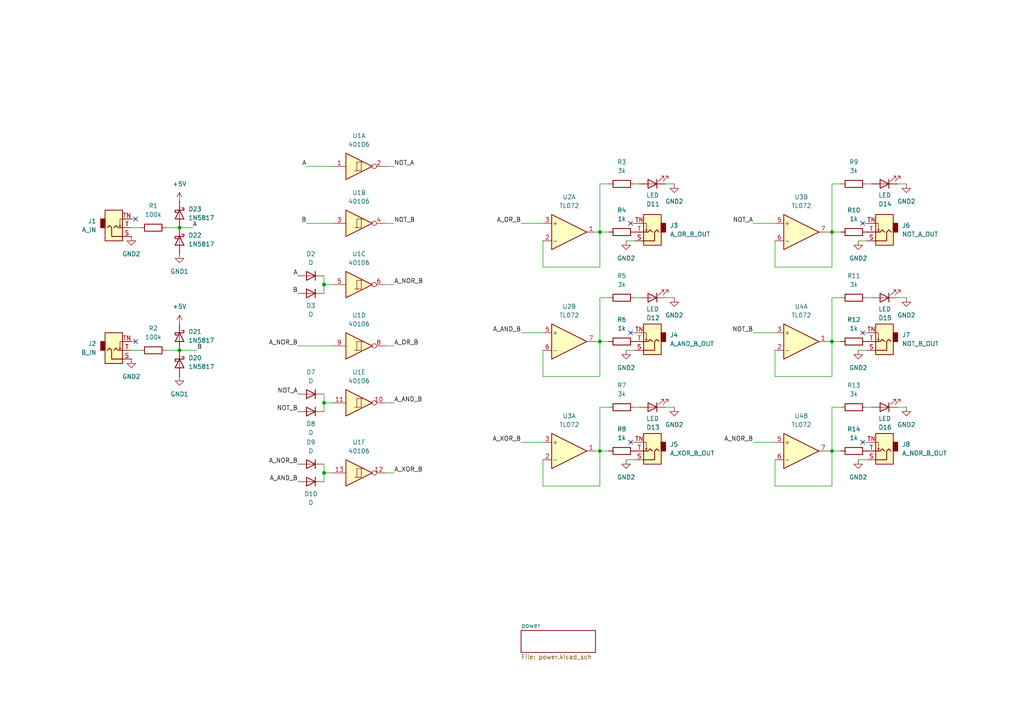
<source format=kicad_sch>
(kicad_sch (version 20231120) (generator "eeschema") (generator_version "8.0")
  (paper "A4")
  (title_block (title "KB-02 Digital logic") (rev "0") (company "KitsBlips") (comment 1 "digital logic gates with schmitt trigger inputs"))
  (lib_symbols
    (symbol "Connector_Audio:AudioJack2_SwitchT"
      (property "Reference" "J" (at 0 8.89 0))
      (property "Value" "AudioJack2_SwitchT" (at 0 6.35 0))
      (symbol "AudioJack2_SwitchT_0_1"
        (rectangle (start -2.54 0) (end -3.81 -2.54) (stroke (width 0.254)) (fill (type outline)))
        (polyline (pts (xy 1.778 -0.254) (xy 2.032 -0.762)))
        (polyline (pts (xy 0 0) (xy 0.635 -0.635) (xy 1.27 0) (xy 2.54 0)) (stroke (width 0.254)))
        (polyline (pts (xy 2.54 -2.54) (xy 1.778 -2.54) (xy 1.778 -0.254) (xy 1.524 -0.762)))
        (polyline (pts (xy 2.54 2.54) (xy -0.635 2.54) (xy -0.635 0) (xy -1.27 -0.635) (xy -1.905 0)) (stroke (width 0.254)))
        (rectangle (start 2.54 3.81) (end -2.54 -5.08) (stroke (width 0.254)) (fill (type background)))
      )
      (symbol "AudioJack2_SwitchT_1_1"
        (pin passive line (at 5.08 2.54 180) (length 2.54) (name "~") (number "S"))
        (pin passive line (at 5.08 0 180) (length 2.54) (name "~") (number "T"))
        (pin passive line (at 5.08 -2.54 180) (length 2.54) (name "~") (number "TN"))
      )
    )
    (symbol "Device:LED" (pin_numbers hide) (pin_names (offset 1.016) hide)
      (property "Reference" "D" (at 0 2.54 0))
      (property "Value" "LED" (at 0 -2.54 0))
      (symbol "LED_0_1"
        (polyline (pts (xy -1.27 -1.27) (xy -1.27 1.27)) (stroke (width 0.254)))
        (polyline (pts (xy -1.27 0) (xy 1.27 0)))
        (polyline (pts (xy 1.27 -1.27) (xy 1.27 1.27) (xy -1.27 0) (xy 1.27 -1.27)) (stroke (width 0.254)))
        (polyline (pts (xy -3.048 -0.762) (xy -4.572 -2.286) (xy -3.81 -2.286) (xy -4.572 -2.286) (xy -4.572 -1.524)))
        (polyline (pts (xy -1.778 -0.762) (xy -3.302 -2.286) (xy -2.54 -2.286) (xy -3.302 -2.286) (xy -3.302 -1.524)))
      )
      (symbol "LED_1_1"
        (pin passive line (at -3.81 0 0) (length 2.54) (name "K") (number "1"))
        (pin passive line (at 3.81 0 180) (length 2.54) (name "A") (number "2"))
      )
    )
    (symbol "KitsBlips:+5V" (power) (pin_numbers hide) (pin_names (offset 0) hide)
      (property "Value" "+5V" (at 0 3.556 0))
      (symbol "+5V_0_1"
        (polyline (pts (xy -0.762 1.27) (xy 0 2.54)))
        (polyline (pts (xy 0 0) (xy 0 2.54)))
        (polyline (pts (xy 0 2.54) (xy 0.762 1.27)))
      )
      (symbol "+5V_1_1"
        (pin power_in line (at 0 0 90) (length 0) (name "~") (number "1"))
      )
    )
    (symbol "KitsBlips:1N5817" (pin_numbers hide) (pin_names (offset 1.016) hide)
      (property "Reference" "D" (at 0 2.54 0))
      (property "Value" "1N5817" (at 0 -2.54 0))
      (symbol "1N5817_0_1"
        (polyline (pts (xy 1.27 0) (xy -1.27 0)))
        (polyline (pts (xy 1.27 1.27) (xy 1.27 -1.27) (xy -1.27 0) (xy 1.27 1.27)) (stroke (width 0.254)))
        (polyline (pts (xy -1.905 0.635) (xy -1.905 1.27) (xy -1.27 1.27) (xy -1.27 -1.27) (xy -0.635 -1.27) (xy -0.635 -0.635)) (stroke (width 0.254)))
      )
      (symbol "1N5817_1_1"
        (pin passive line (at -3.81 0 0) (length 2.54) (name "K") (number "1"))
        (pin passive line (at 3.81 0 180) (length 2.54) (name "A") (number "2"))
      )
    )
    (symbol "KitsBlips:40106" (pin_names (offset 1.016))
      (property "Reference" "U" (at 0 1.27 0))
      (property "Value" "40106" (at 0 -1.27 0))
      (symbol "40106_1_0"
        (polyline (pts (xy -0.635 -1.27) (xy -0.635 1.27) (xy 0.635 1.27)))
        (polyline (pts (xy -3.81 3.81) (xy -3.81 -3.81) (xy 3.81 0) (xy -3.81 3.81)) (stroke (width 0.254)) (fill (type background)))
        (polyline (pts (xy -1.27 -1.27) (xy 0.635 -1.27) (xy 0.635 1.27) (xy 1.27 1.27)))
        (pin input line (at -7.62 0 0) (length 3.81) (name "~") (number "1"))
        (pin output inverted (at 7.62 0 180) (length 3.81) (name "~") (number "2"))
      )
      (symbol "40106_2_0"
        (polyline (pts (xy -0.635 -1.27) (xy -0.635 1.27) (xy 0.635 1.27)))
        (polyline (pts (xy -3.81 3.81) (xy -3.81 -3.81) (xy 3.81 0) (xy -3.81 3.81)) (stroke (width 0.254)) (fill (type background)))
        (polyline (pts (xy -1.27 -1.27) (xy 0.635 -1.27) (xy 0.635 1.27) (xy 1.27 1.27)))
        (pin input line (at -7.62 0 0) (length 3.81) (name "~") (number "3"))
        (pin output inverted (at 7.62 0 180) (length 3.81) (name "~") (number "4"))
      )
      (symbol "40106_3_0"
        (polyline (pts (xy -0.635 -1.27) (xy -0.635 1.27) (xy 0.635 1.27)))
        (polyline (pts (xy -3.81 3.81) (xy -3.81 -3.81) (xy 3.81 0) (xy -3.81 3.81)) (stroke (width 0.254)) (fill (type background)))
        (polyline (pts (xy -1.27 -1.27) (xy 0.635 -1.27) (xy 0.635 1.27) (xy 1.27 1.27)))
        (pin input line (at -7.62 0 0) (length 3.81) (name "~") (number "5"))
        (pin output inverted (at 7.62 0 180) (length 3.81) (name "~") (number "6"))
      )
      (symbol "40106_4_0"
        (polyline (pts (xy -0.635 -1.27) (xy -0.635 1.27) (xy 0.635 1.27)))
        (polyline (pts (xy -3.81 3.81) (xy -3.81 -3.81) (xy 3.81 0) (xy -3.81 3.81)) (stroke (width 0.254)) (fill (type background)))
        (polyline (pts (xy -1.27 -1.27) (xy 0.635 -1.27) (xy 0.635 1.27) (xy 1.27 1.27)))
        (pin output inverted (at 7.62 0 180) (length 3.81) (name "~") (number "8"))
        (pin input line (at -7.62 0 0) (length 3.81) (name "~") (number "9"))
      )
      (symbol "40106_5_0"
        (polyline (pts (xy -0.635 -1.27) (xy -0.635 1.27) (xy 0.635 1.27)))
        (polyline (pts (xy -3.81 3.81) (xy -3.81 -3.81) (xy 3.81 0) (xy -3.81 3.81)) (stroke (width 0.254)) (fill (type background)))
        (polyline (pts (xy -1.27 -1.27) (xy 0.635 -1.27) (xy 0.635 1.27) (xy 1.27 1.27)))
        (pin output inverted (at 7.62 0 180) (length 3.81) (name "~") (number "10"))
        (pin input line (at -7.62 0 0) (length 3.81) (name "~") (number "11"))
      )
      (symbol "40106_6_0"
        (polyline (pts (xy -0.635 -1.27) (xy -0.635 1.27) (xy 0.635 1.27)))
        (polyline (pts (xy -3.81 3.81) (xy -3.81 -3.81) (xy 3.81 0) (xy -3.81 3.81)) (stroke (width 0.254)) (fill (type background)))
        (polyline (pts (xy -1.27 -1.27) (xy 0.635 -1.27) (xy 0.635 1.27) (xy 1.27 1.27)))
        (pin output inverted (at 7.62 0 180) (length 3.81) (name "~") (number "12"))
        (pin input line (at -7.62 0 0) (length 3.81) (name "~") (number "13"))
      )
      (symbol "40106_7_0"
        (pin power_in line (at 0 12.7 270) (length 5.08) (name "VDD") (number "14"))
        (pin power_in line (at 0 -12.7 90) (length 5.08) (name "VSS") (number "7"))
      )
      (symbol "40106_7_1"
        (rectangle (start -5.08 7.62) (end 5.08 -7.62) (stroke (width 0.254)) (fill (type background)))
      )
    )
    (symbol "KitsBlips:D" (pin_numbers hide) (pin_names (offset 1.016) hide)
      (property "Reference" "D" (at 0 2.54 0))
      (property "Value" "D" (at 0 -2.54 0))
      (symbol "D_0_1"
        (polyline (pts (xy -1.27 1.27) (xy -1.27 -1.27)) (stroke (width 0.254)))
        (polyline (pts (xy 1.27 0) (xy -1.27 0)))
        (polyline (pts (xy 1.27 1.27) (xy 1.27 -1.27) (xy -1.27 0) (xy 1.27 1.27)) (stroke (width 0.254)))
      )
      (symbol "D_1_1"
        (pin passive line (at -3.81 0 0) (length 2.54) (name "K") (number "1"))
        (pin passive line (at 3.81 0 180) (length 2.54) (name "A") (number "2"))
      )
    )
    (symbol "KitsBlips:R" (pin_numbers hide) (pin_names (offset 0))
      (property "Reference" "R" (at 2.032 0 90))
      (property "Value" "R" (at 0 0 90))
      (symbol "R_0_1"
        (rectangle (start -1.016 -2.54) (end 1.016 2.54) (stroke (width 0.254)))
      )
      (symbol "R_1_1"
        (pin passive line (at 0 3.81 270) (length 1.27) (name "~") (number "1"))
        (pin passive line (at 0 -3.81 90) (length 1.27) (name "~") (number "2"))
      )
    )
    (symbol "KitsBlips:TL072" (pin_names (offset 0.127))
      (property "Reference" "U" (at 0 5.08 0))
      (property "Value" "TL072" (at 0 -5.08 0))
      (symbol "TL072_1_1"
        (polyline (pts (xy -5.08 5.08) (xy 5.08 0) (xy -5.08 -5.08) (xy -5.08 5.08)) (stroke (width 0.254)) (fill (type background)))
        (pin output line (at 7.62 0 180) (length 2.54) (name "~") (number "1"))
        (pin input line (at -7.62 -2.54 0) (length 2.54) (name "-") (number "2"))
        (pin input line (at -7.62 2.54 0) (length 2.54) (name "+") (number "3"))
      )
      (symbol "TL072_2_1"
        (polyline (pts (xy -5.08 5.08) (xy 5.08 0) (xy -5.08 -5.08) (xy -5.08 5.08)) (stroke (width 0.254)) (fill (type background)))
        (pin input line (at -7.62 2.54 0) (length 2.54) (name "+") (number "5"))
        (pin input line (at -7.62 -2.54 0) (length 2.54) (name "-") (number "6"))
        (pin output line (at 7.62 0 180) (length 2.54) (name "~") (number "7"))
      )
      (symbol "TL072_3_1"
        (pin power_in line (at -2.54 -7.62 90) (length 3.81) (name "V-") (number "4"))
        (pin power_in line (at -2.54 7.62 270) (length 3.81) (name "V+") (number "8"))
      )
    )
    (symbol "power:GND1" (power) (pin_numbers hide) (pin_names (offset 0) hide)
      (property "Value" "GND1" (at 0 -3.81 0))
      (symbol "GND1_0_1"
        (polyline (pts (xy 0 0) (xy 0 -1.27) (xy 1.27 -1.27) (xy 0 -2.54) (xy -1.27 -1.27) (xy 0 -1.27)))
      )
      (symbol "GND1_1_1"
        (pin power_in line (at 0 0 270) (length 0) (name "~") (number "1"))
      )
    )
    (symbol "power:GND2" (power) (pin_numbers hide) (pin_names (offset 0) hide)
      (property "Value" "GND2" (at 0 -3.81 0))
      (symbol "GND2_0_1"
        (polyline (pts (xy 0 0) (xy 0 -1.27) (xy 1.27 -1.27) (xy 0 -2.54) (xy -1.27 -1.27) (xy 0 -1.27)))
      )
      (symbol "GND2_1_1"
        (pin power_in line (at 0 0 270) (length 0) (name "~") (number "1"))
      )
    )
  )
  (junction (at 93.98 116.84))
  (junction (at 241.3 130.81))
  (junction (at 93.98 137.16))
  (junction (at 241.3 67.31))
  (junction (at 173.99 67.31))
  (junction (at 173.99 99.06))
  (junction (at 52.07 66.04))
  (junction (at 52.07 101.6))
  (junction (at 93.98 82.55))
  (junction (at 241.3 99.06))
  (junction (at 173.99 130.81))
  (no_connect (at 182.88 96.52))
  (no_connect (at 250.19 128.27))
  (no_connect (at 39.37 63.5))
  (no_connect (at 250.19 64.77))
  (no_connect (at 182.88 64.77))
  (no_connect (at 39.37 99.06))
  (no_connect (at 182.88 128.27))
  (no_connect (at 250.19 96.52))
  (wire (pts (xy 250.19 128.27) (xy 251.46 128.27)))
  (wire (pts (xy 224.79 133.35) (xy 224.79 140.97)))
  (wire (pts (xy 184.15 101.6) (xy 181.61 101.6)))
  (wire (pts (xy 48.26 101.6) (xy 52.07 101.6)))
  (wire (pts (xy 182.88 64.77) (xy 184.15 64.77)))
  (wire (pts (xy 173.99 77.47) (xy 173.99 67.31)))
  (wire (pts (xy 93.98 137.16) (xy 93.98 139.7)))
  (wire (pts (xy 111.76 116.84) (xy 114.3 116.84)))
  (wire (pts (xy 157.48 69.85) (xy 157.48 77.47)))
  (wire (pts (xy 111.76 137.16) (xy 114.3 137.16)))
  (wire (pts (xy 250.19 64.77) (xy 251.46 64.77)))
  (wire (pts (xy 88.9 64.77) (xy 96.52 64.77)))
  (wire (pts (xy 262.89 86.36) (xy 260.35 86.36)))
  (wire (pts (xy 195.58 53.34) (xy 193.04 53.34)))
  (wire (pts (xy 240.03 67.31) (xy 241.3 67.31)))
  (wire (pts (xy 185.42 53.34) (xy 184.15 53.34)))
  (wire (pts (xy 185.42 118.11) (xy 184.15 118.11)))
  (wire (pts (xy 241.3 67.31) (xy 243.84 67.31)))
  (wire (pts (xy 224.79 140.97) (xy 241.3 140.97)))
  (wire (pts (xy 176.53 118.11) (xy 173.99 118.11)))
  (wire (pts (xy 111.76 100.33) (xy 114.3 100.33)))
  (wire (pts (xy 173.99 53.34) (xy 176.53 53.34)))
  (wire (pts (xy 173.99 99.06) (xy 176.53 99.06)))
  (wire (pts (xy 39.37 63.5) (xy 38.1 63.5)))
  (wire (pts (xy 252.73 118.11) (xy 251.46 118.11)))
  (wire (pts (xy 172.72 99.06) (xy 173.99 99.06)))
  (wire (pts (xy 93.98 114.3) (xy 93.98 116.84)))
  (wire (pts (xy 93.98 116.84) (xy 93.98 119.38)))
  (wire (pts (xy 111.76 64.77) (xy 114.3 64.77)))
  (wire (pts (xy 241.3 53.34) (xy 243.84 53.34)))
  (wire (pts (xy 241.3 99.06) (xy 243.84 99.06)))
  (wire (pts (xy 241.3 86.36) (xy 241.3 99.06)))
  (wire (pts (xy 151.13 128.27) (xy 157.48 128.27)))
  (wire (pts (xy 185.42 86.36) (xy 184.15 86.36)))
  (wire (pts (xy 173.99 140.97) (xy 173.99 130.81)))
  (wire (pts (xy 111.76 48.26) (xy 114.3 48.26)))
  (wire (pts (xy 173.99 130.81) (xy 176.53 130.81)))
  (wire (pts (xy 252.73 53.34) (xy 251.46 53.34)))
  (wire (pts (xy 173.99 109.22) (xy 173.99 99.06)))
  (wire (pts (xy 182.88 128.27) (xy 184.15 128.27)))
  (wire (pts (xy 38.1 101.6) (xy 40.64 101.6)))
  (wire (pts (xy 218.44 128.27) (xy 224.79 128.27)))
  (wire (pts (xy 96.52 82.55) (xy 93.98 82.55)))
  (wire (pts (xy 224.79 109.22) (xy 241.3 109.22)))
  (wire (pts (xy 195.58 86.36) (xy 193.04 86.36)))
  (wire (pts (xy 241.3 109.22) (xy 241.3 99.06)))
  (wire (pts (xy 184.15 69.85) (xy 181.61 69.85)))
  (wire (pts (xy 93.98 137.16) (xy 96.52 137.16)))
  (wire (pts (xy 251.46 69.85) (xy 248.92 69.85)))
  (wire (pts (xy 172.72 67.31) (xy 173.99 67.31)))
  (wire (pts (xy 88.9 48.26) (xy 96.52 48.26)))
  (wire (pts (xy 240.03 99.06) (xy 241.3 99.06)))
  (wire (pts (xy 224.79 101.6) (xy 224.79 109.22)))
  (wire (pts (xy 243.84 118.11) (xy 241.3 118.11)))
  (wire (pts (xy 151.13 96.52) (xy 157.48 96.52)))
  (wire (pts (xy 93.98 134.62) (xy 93.98 137.16)))
  (wire (pts (xy 241.3 130.81) (xy 243.84 130.81)))
  (wire (pts (xy 157.48 109.22) (xy 173.99 109.22)))
  (wire (pts (xy 173.99 86.36) (xy 173.99 99.06)))
  (wire (pts (xy 151.13 64.77) (xy 157.48 64.77)))
  (wire (pts (xy 48.26 66.04) (xy 52.07 66.04)))
  (wire (pts (xy 241.3 77.47) (xy 241.3 67.31)))
  (wire (pts (xy 39.37 99.06) (xy 38.1 99.06)))
  (wire (pts (xy 173.99 67.31) (xy 176.53 67.31)))
  (wire (pts (xy 241.3 118.11) (xy 241.3 130.81)))
  (wire (pts (xy 262.89 53.34) (xy 260.35 53.34)))
  (wire (pts (xy 157.48 77.47) (xy 173.99 77.47)))
  (wire (pts (xy 218.44 96.52) (xy 224.79 96.52)))
  (wire (pts (xy 38.1 66.04) (xy 40.64 66.04)))
  (wire (pts (xy 173.99 118.11) (xy 173.99 130.81)))
  (wire (pts (xy 176.53 86.36) (xy 173.99 86.36)))
  (wire (pts (xy 157.48 101.6) (xy 157.48 109.22)))
  (wire (pts (xy 182.88 96.52) (xy 184.15 96.52)))
  (wire (pts (xy 52.07 66.04) (xy 55.88 66.04)))
  (wire (pts (xy 173.99 53.34) (xy 173.99 67.31)))
  (wire (pts (xy 240.03 130.81) (xy 241.3 130.81)))
  (wire (pts (xy 218.44 64.77) (xy 224.79 64.77)))
  (wire (pts (xy 111.76 82.55) (xy 114.3 82.55)))
  (wire (pts (xy 252.73 86.36) (xy 251.46 86.36)))
  (wire (pts (xy 93.98 82.55) (xy 93.98 85.09)))
  (wire (pts (xy 224.79 69.85) (xy 224.79 77.47)))
  (wire (pts (xy 86.36 100.33) (xy 96.52 100.33)))
  (wire (pts (xy 250.19 96.52) (xy 251.46 96.52)))
  (wire (pts (xy 157.48 140.97) (xy 173.99 140.97)))
  (wire (pts (xy 262.89 118.11) (xy 260.35 118.11)))
  (wire (pts (xy 195.58 118.11) (xy 193.04 118.11)))
  (wire (pts (xy 93.98 116.84) (xy 96.52 116.84)))
  (wire (pts (xy 251.46 133.35) (xy 248.92 133.35)))
  (wire (pts (xy 241.3 53.34) (xy 241.3 67.31)))
  (wire (pts (xy 93.98 80.01) (xy 93.98 82.55)))
  (wire (pts (xy 184.15 133.35) (xy 181.61 133.35)))
  (wire (pts (xy 157.48 133.35) (xy 157.48 140.97)))
  (wire (pts (xy 172.72 130.81) (xy 173.99 130.81)))
  (wire (pts (xy 243.84 86.36) (xy 241.3 86.36)))
  (wire (pts (xy 52.07 101.6) (xy 57.15 101.6)))
  (wire (pts (xy 224.79 77.47) (xy 241.3 77.47)))
  (wire (pts (xy 241.3 140.97) (xy 241.3 130.81)))
  (wire (pts (xy 251.46 101.6) (xy 248.92 101.6)))
  (label "NOT_A" (at 86.36 114.3 180))
  (label "NOT_B" (at 114.3 64.77 0))
  (label "A" (at 86.36 80.01 180))
  (label "A_NOR_B" (at 114.3 82.55 0))
  (label "A_XOR_B" (at 151.13 128.27 180))
  (label "A_NOR_B" (at 218.44 128.27 180))
  (label "A_AND_B" (at 114.3 116.84 0))
  (label "A" (at 55.88 66.04 0))
  (label "A" (at 88.9 48.26 180))
  (label "NOT_B" (at 86.36 119.38 180))
  (label "NOT_A" (at 218.44 64.77 180))
  (label "B" (at 57.15 101.6 0))
  (label "A_AND_B" (at 151.13 96.52 180))
  (label "NOT_A" (at 114.3 48.26 0))
  (label "B" (at 86.36 85.09 180))
  (label "A_NOR_B" (at 86.36 100.33 180))
  (label "A_OR_B" (at 114.3 100.33 0))
  (label "A_AND_B" (at 86.36 139.7 180))
  (label "A_XOR_B" (at 114.3 137.16 0))
  (label "A_OR_B" (at 151.13 64.77 180))
  (label "A_NOR_B" (at 86.36 134.62 180))
  (label "NOT_B" (at 218.44 96.52 180))
  (label "B" (at 88.9 64.77 180))
  (symbol (lib_id "Device:LED") (at 256.54 86.36 180) (unit 1)
    (property "Reference" "D15" (at 254.762 92.202 0) (effects (justify right)))
    (property "Value" "LED" (at 254.762 89.662 0) (effects (justify right)))
    (property "Footprint" "LED_THT:LED_D3.0mm" (effects (hide yes)))
    (property "Description" "Light emitting diode" (effects (hide yes)))
  )
  (symbol (lib_id "KitsBlips:TL072") (at 232.41 67.31 0) (unit 2)
    (property "Reference" "U3" (at 232.41 57.15 0))
    (property "Value" "TL072" (at 232.41 59.69 0))
    (property "Footprint" "Package_DIP:DIP-8_W7.62mm" (effects (hide yes)))
    (property "Datasheet" "http://www.ti.com/lit/ds/symlink/tl071.pdf" (effects (hide yes)))
    (property "Description" "Dual Low-Noise JFET-Input Operational Amplifiers, DIP-8/SOIC-8" (effects (hide yes)))
  )
  (symbol (lib_id "power:GND2") (at 195.58 118.11 0) (unit 1)
    (property "Reference" "#PWR012" (effects (hide yes)))
    (property "Value" "GND2" (at 195.58 123.19 0))
    (property "Description" "Power symbol creates a global label with name \"GND2\" , ground" (effects (hide yes)))
  )
  (symbol (lib_id "Device:LED") (at 256.54 118.11 180) (unit 1)
    (property "Reference" "D16" (at 254.762 123.952 0) (effects (justify right)))
    (property "Value" "LED" (at 254.762 121.412 0) (effects (justify right)))
    (property "Footprint" "LED_THT:LED_D3.0mm" (effects (hide yes)))
    (property "Description" "Light emitting diode" (effects (hide yes)))
  )
  (symbol (lib_id "KitsBlips:R") (at 180.34 86.36 90) (unit 1)
    (property "Reference" "R5" (at 180.34 80.01 90))
    (property "Value" "3k" (at 180.34 82.55 90))
    (property "Footprint" "Resistor_THT:R_Axial_DIN0207_L6.3mm_D2.5mm_P7.62mm_Horizontal" (effects (hide yes)))
    (property "Description" "Resistor" (effects (hide yes)))
  )
  (symbol (lib_id "power:GND2") (at 248.92 101.6 0) (unit 1)
    (property "Reference" "#PWR014" (effects (hide yes)))
    (property "Value" "GND2" (at 248.92 106.68 0))
    (property "Description" "Power symbol creates a global label with name \"GND2\" , ground" (effects (hide yes)))
  )
  (symbol (lib_id "KitsBlips:D") (at 90.17 119.38 180) (unit 1)
    (property "Reference" "D8" (at 90.17 122.936 0))
    (property "Value" "D" (at 90.17 125.476 0))
    (property "Footprint" "PCM_4ms_Diode:D_DO-35_P7.62mm_Horizontal" (effects (hide yes)))
    (property "Description" "Diode" (effects (hide yes)))
    (property "Sim.Device" "D" (effects (hide yes)))
    (property "Sim.Pins" "1=K 2=A" (effects (hide yes)))
  )
  (symbol (lib_id "KitsBlips:D") (at 90.17 139.7 180) (unit 1)
    (property "Reference" "D10" (at 90.17 143.256 0))
    (property "Value" "D" (at 90.17 145.796 0))
    (property "Footprint" "PCM_4ms_Diode:D_DO-35_P7.62mm_Horizontal" (effects (hide yes)))
    (property "Description" "Diode" (effects (hide yes)))
    (property "Sim.Device" "D" (effects (hide yes)))
    (property "Sim.Pins" "1=K 2=A" (effects (hide yes)))
  )
  (symbol (lib_id "power:GND2") (at 38.1 104.14 0) (unit 1)
    (property "Reference" "#PWR02" (effects (hide yes)))
    (property "Value" "GND2" (at 38.1 109.22 0))
    (property "Description" "Power symbol creates a global label with name \"GND2\" , ground" (effects (hide yes)))
  )
  (symbol (lib_id "KitsBlips:R") (at 247.65 67.31 90) (unit 1)
    (property "Reference" "R10" (at 247.65 60.96 90))
    (property "Value" "1k" (at 247.65 63.5 90))
    (property "Footprint" "Resistor_THT:R_Axial_DIN0207_L6.3mm_D2.5mm_P7.62mm_Horizontal" (effects (hide yes)))
    (property "Description" "Resistor" (effects (hide yes)))
  )
  (symbol (lib_id "KitsBlips:1N5817") (at 52.07 69.85 270) (unit 1)
    (property "Reference" "D22" (at 54.61 68.2624 90) (effects (justify left)))
    (property "Value" "1N5817" (at 54.61 70.8024 90) (effects (justify left)))
    (property "Footprint" "Diode_THT:D_DO-41_SOD81_P10.16mm_Horizontal" (effects (hide yes)))
    (property "Datasheet" "http://www.vishay.com/docs/88525/1n5817.pdf" (effects (hide yes)))
    (property "Description" "20V 1A Schottky Barrier Rectifier Diode, DO-41" (effects (hide yes)))
  )
  (symbol (lib_id "Connector_Audio:AudioJack2_SwitchT") (at 189.23 99.06 180) (unit 1)
    (property "Reference" "J4" (at 194.31 97.1549 0) (effects (justify right)))
    (property "Value" "A_AND_B_OUT" (at 194.31 99.6949 0) (effects (justify right)))
    (property "Footprint" "KitsBlips:Jack_3.5mm_Thonk_Mono_Horizontal_WQP729JH" (effects (hide yes)))
    (property "Description" "Audio Jack, 2 Poles (Mono / TS), Switched T Pole (Normalling)" (effects (hide yes)))
  )
  (symbol (lib_id "KitsBlips:TL072") (at 232.41 99.06 0) (unit 1)
    (property "Reference" "U4" (at 232.41 88.9 0))
    (property "Value" "TL072" (at 232.41 91.44 0))
    (property "Footprint" "Package_DIP:DIP-8_W7.62mm" (effects (hide yes)))
    (property "Datasheet" "http://www.ti.com/lit/ds/symlink/tl071.pdf" (effects (hide yes)))
    (property "Description" "Dual Low-Noise JFET-Input Operational Amplifiers, DIP-8/SOIC-8" (effects (hide yes)))
  )
  (symbol (lib_id "KitsBlips:40106") (at 104.14 48.26 0) (unit 1)
    (property "Reference" "U1" (at 104.14 39.37 0))
    (property "Value" "40106" (at 104.14 41.91 0))
    (property "Footprint" "Package_DIP:DIP-14_W7.62mm_Socket" (effects (hide yes)))
    (property "Datasheet" "https://assets.nexperia.com/documents/data-sheet/HEF40106B.pdf" (effects (hide yes)))
    (property "Description" "Hex Schmitt trigger inverter" (effects (hide yes)))
  )
  (symbol (lib_id "KitsBlips:R") (at 247.65 99.06 90) (unit 1)
    (property "Reference" "R12" (at 247.65 92.71 90))
    (property "Value" "1k" (at 247.65 95.25 90))
    (property "Footprint" "Resistor_THT:R_Axial_DIN0207_L6.3mm_D2.5mm_P7.62mm_Horizontal" (effects (hide yes)))
    (property "Description" "Resistor" (effects (hide yes)))
  )
  (symbol (lib_id "Connector_Audio:AudioJack2_SwitchT") (at 256.54 67.31 180) (unit 1)
    (property "Reference" "J6" (at 261.62 65.4049 0) (effects (justify right)))
    (property "Value" "NOT_A_OUT" (at 261.62 67.9449 0) (effects (justify right)))
    (property "Footprint" "KitsBlips:Jack_3.5mm_Thonk_Mono_Horizontal_WQP729JH" (effects (hide yes)))
    (property "Description" "Audio Jack, 2 Poles (Mono / TS), Switched T Pole (Normalling)" (effects (hide yes)))
  )
  (symbol (lib_id "Connector_Audio:AudioJack2_SwitchT") (at 189.23 130.81 180) (unit 1)
    (property "Reference" "J5" (at 194.31 128.9049 0) (effects (justify right)))
    (property "Value" "A_XOR_B_OUT" (at 194.31 131.4449 0) (effects (justify right)))
    (property "Footprint" "KitsBlips:Jack_3.5mm_Thonk_Mono_Horizontal_WQP729JH" (effects (hide yes)))
    (property "Description" "Audio Jack, 2 Poles (Mono / TS), Switched T Pole (Normalling)" (effects (hide yes)))
  )
  (symbol (lib_id "KitsBlips:TL072") (at 165.1 99.06 0) (unit 2)
    (property "Reference" "U2" (at 165.1 88.9 0))
    (property "Value" "TL072" (at 165.1 91.44 0))
    (property "Footprint" "Package_DIP:DIP-8_W7.62mm" (effects (hide yes)))
    (property "Datasheet" "http://www.ti.com/lit/ds/symlink/tl071.pdf" (effects (hide yes)))
    (property "Description" "Dual Low-Noise JFET-Input Operational Amplifiers, DIP-8/SOIC-8" (effects (hide yes)))
  )
  (symbol (lib_id "KitsBlips:R") (at 180.34 130.81 90) (unit 1)
    (property "Reference" "R8" (at 180.34 124.46 90))
    (property "Value" "1k" (at 180.34 127 90))
    (property "Footprint" "Resistor_THT:R_Axial_DIN0207_L6.3mm_D2.5mm_P7.62mm_Horizontal" (effects (hide yes)))
    (property "Description" "Resistor" (effects (hide yes)))
  )
  (symbol (lib_id "power:GND2") (at 181.61 101.6 0) (unit 1)
    (property "Reference" "#PWR08" (effects (hide yes)))
    (property "Value" "GND2" (at 181.61 106.68 0))
    (property "Description" "Power symbol creates a global label with name \"GND2\" , ground" (effects (hide yes)))
  )
  (symbol (lib_id "KitsBlips:R") (at 180.34 67.31 90) (unit 1)
    (property "Reference" "R4" (at 180.34 60.96 90))
    (property "Value" "1k" (at 180.34 63.5 90))
    (property "Footprint" "Resistor_THT:R_Axial_DIN0207_L6.3mm_D2.5mm_P7.62mm_Horizontal" (effects (hide yes)))
    (property "Description" "Resistor" (effects (hide yes)))
  )
  (symbol (lib_id "KitsBlips:R") (at 247.65 86.36 90) (unit 1)
    (property "Reference" "R11" (at 247.65 80.01 90))
    (property "Value" "3k" (at 247.65 82.55 90))
    (property "Footprint" "Resistor_THT:R_Axial_DIN0207_L6.3mm_D2.5mm_P7.62mm_Horizontal" (effects (hide yes)))
    (property "Description" "Resistor" (effects (hide yes)))
  )
  (symbol (lib_id "power:GND2") (at 181.61 69.85 0) (unit 1)
    (property "Reference" "#PWR07" (effects (hide yes)))
    (property "Value" "GND2" (at 181.61 74.93 0))
    (property "Description" "Power symbol creates a global label with name \"GND2\" , ground" (effects (hide yes)))
  )
  (symbol (lib_id "power:GND2") (at 248.92 133.35 0) (unit 1)
    (property "Reference" "#PWR015" (effects (hide yes)))
    (property "Value" "GND2" (at 248.92 138.43 0))
    (property "Description" "Power symbol creates a global label with name \"GND2\" , ground" (effects (hide yes)))
  )
  (symbol (lib_id "KitsBlips:40106") (at 104.14 137.16 0) (unit 6)
    (property "Reference" "U1" (at 104.14 128.27 0))
    (property "Value" "40106" (at 104.14 130.81 0))
    (property "Footprint" "Package_DIP:DIP-14_W7.62mm_Socket" (effects (hide yes)))
    (property "Datasheet" "https://assets.nexperia.com/documents/data-sheet/HEF40106B.pdf" (effects (hide yes)))
    (property "Description" "Hex Schmitt trigger inverter" (effects (hide yes)))
  )
  (symbol (lib_id "power:GND2") (at 262.89 53.34 0) (unit 1)
    (property "Reference" "#PWR016" (effects (hide yes)))
    (property "Value" "GND2" (at 262.89 58.42 0))
    (property "Description" "Power symbol creates a global label with name \"GND2\" , ground" (effects (hide yes)))
  )
  (symbol (lib_id "power:GND2") (at 195.58 53.34 0) (unit 1)
    (property "Reference" "#PWR010" (effects (hide yes)))
    (property "Value" "GND2" (at 195.58 58.42 0))
    (property "Description" "Power symbol creates a global label with name \"GND2\" , ground" (effects (hide yes)))
  )
  (symbol (lib_id "KitsBlips:D") (at 90.17 134.62 180) (unit 1)
    (property "Reference" "D9" (at 90.17 128.27 0))
    (property "Value" "D" (at 90.17 130.81 0))
    (property "Footprint" "PCM_4ms_Diode:D_DO-35_P7.62mm_Horizontal" (effects (hide yes)))
    (property "Description" "Diode" (effects (hide yes)))
    (property "Sim.Device" "D" (effects (hide yes)))
    (property "Sim.Pins" "1=K 2=A" (effects (hide yes)))
  )
  (symbol (lib_id "KitsBlips:40106") (at 104.14 82.55 0) (unit 3)
    (property "Reference" "U1" (at 104.14 73.66 0))
    (property "Value" "40106" (at 104.14 76.2 0))
    (property "Footprint" "Package_DIP:DIP-14_W7.62mm_Socket" (effects (hide yes)))
    (property "Datasheet" "https://assets.nexperia.com/documents/data-sheet/HEF40106B.pdf" (effects (hide yes)))
    (property "Description" "Hex Schmitt trigger inverter" (effects (hide yes)))
  )
  (symbol (lib_id "KitsBlips:TL072") (at 232.41 130.81 0) (unit 2)
    (property "Reference" "U4" (at 232.41 120.65 0))
    (property "Value" "TL072" (at 232.41 123.19 0))
    (property "Footprint" "Package_DIP:DIP-8_W7.62mm" (effects (hide yes)))
    (property "Datasheet" "http://www.ti.com/lit/ds/symlink/tl071.pdf" (effects (hide yes)))
    (property "Description" "Dual Low-Noise JFET-Input Operational Amplifiers, DIP-8/SOIC-8" (effects (hide yes)))
  )
  (symbol (lib_id "Connector_Audio:AudioJack2_SwitchT") (at 189.23 67.31 180) (unit 1)
    (property "Reference" "J3" (at 194.31 65.4049 0) (effects (justify right)))
    (property "Value" "A_OR_B_OUT" (at 194.31 67.9449 0) (effects (justify right)))
    (property "Footprint" "KitsBlips:Jack_3.5mm_Thonk_Mono_Horizontal_WQP729JH" (effects (hide yes)))
    (property "Description" "Audio Jack, 2 Poles (Mono / TS), Switched T Pole (Normalling)" (effects (hide yes)))
  )
  (symbol (lib_id "power:GND1") (at 52.07 73.66 0) (unit 1)
    (property "Reference" "#PWR03" (effects (hide yes)))
    (property "Value" "GND1" (at 52.07 78.74 0))
    (property "Description" "Power symbol creates a global label with name \"GND1\" , ground" (effects (hide yes)))
  )
  (symbol (lib_id "KitsBlips:TL072") (at 165.1 67.31 0) (unit 1)
    (property "Reference" "U2" (at 165.1 57.15 0))
    (property "Value" "TL072" (at 165.1 59.69 0))
    (property "Footprint" "Package_DIP:DIP-8_W7.62mm" (effects (hide yes)))
    (property "Datasheet" "http://www.ti.com/lit/ds/symlink/tl071.pdf" (effects (hide yes)))
    (property "Description" "Dual Low-Noise JFET-Input Operational Amplifiers, DIP-8/SOIC-8" (effects (hide yes)))
  )
  (symbol (lib_id "Connector_Audio:AudioJack2_SwitchT") (at 256.54 99.06 180) (unit 1)
    (property "Reference" "J7" (at 261.62 97.1549 0) (effects (justify right)))
    (property "Value" "NOT_B_OUT" (at 261.62 99.6949 0) (effects (justify right)))
    (property "Footprint" "KitsBlips:Jack_3.5mm_Thonk_Mono_Horizontal_WQP729JH" (effects (hide yes)))
    (property "Description" "Audio Jack, 2 Poles (Mono / TS), Switched T Pole (Normalling)" (effects (hide yes)))
  )
  (symbol (lib_id "Device:LED") (at 189.23 118.11 180) (unit 1)
    (property "Reference" "D13" (at 187.452 123.952 0) (effects (justify right)))
    (property "Value" "LED" (at 187.452 121.412 0) (effects (justify right)))
    (property "Footprint" "LED_THT:LED_D3.0mm" (effects (hide yes)))
    (property "Description" "Light emitting diode" (effects (hide yes)))
  )
  (symbol (lib_id "KitsBlips:+5V") (at 52.07 93.98 0) (unit 1)
    (property "Reference" "#PWR05" (effects (hide yes)))
    (property "Value" "+5V" (at 52.07 88.9 0))
    (property "Description" "Power symbol creates a global label with name \"+5V\"" (effects (hide yes)))
  )
  (symbol (lib_id "power:GND2") (at 195.58 86.36 0) (unit 1)
    (property "Reference" "#PWR011" (effects (hide yes)))
    (property "Value" "GND2" (at 195.58 91.44 0))
    (property "Description" "Power symbol creates a global label with name \"GND2\" , ground" (effects (hide yes)))
  )
  (symbol (lib_id "KitsBlips:40106") (at 104.14 116.84 0) (unit 5)
    (property "Reference" "U1" (at 104.14 107.95 0))
    (property "Value" "40106" (at 104.14 110.49 0))
    (property "Footprint" "Package_DIP:DIP-14_W7.62mm_Socket" (effects (hide yes)))
    (property "Datasheet" "https://assets.nexperia.com/documents/data-sheet/HEF40106B.pdf" (effects (hide yes)))
    (property "Description" "Hex Schmitt trigger inverter" (effects (hide yes)))
  )
  (symbol (lib_id "KitsBlips:+5V") (at 52.07 58.42 0) (unit 1)
    (property "Reference" "#PWR04" (effects (hide yes)))
    (property "Value" "+5V" (at 52.07 53.34 0))
    (property "Description" "Power symbol creates a global label with name \"+5V\"" (effects (hide yes)))
  )
  (symbol (lib_id "Device:LED") (at 256.54 53.34 180) (unit 1)
    (property "Reference" "D14" (at 254.762 59.182 0) (effects (justify right)))
    (property "Value" "LED" (at 254.762 56.642 0) (effects (justify right)))
    (property "Footprint" "LED_THT:LED_D3.0mm" (effects (hide yes)))
    (property "Description" "Light emitting diode" (effects (hide yes)))
  )
  (symbol (lib_id "KitsBlips:1N5817") (at 52.07 97.79 270) (unit 1)
    (property "Reference" "D21" (at 54.61 96.2024 90) (effects (justify left)))
    (property "Value" "1N5817" (at 54.61 98.7424 90) (effects (justify left)))
    (property "Footprint" "Diode_THT:D_DO-41_SOD81_P10.16mm_Horizontal" (effects (hide yes)))
    (property "Datasheet" "http://www.vishay.com/docs/88525/1n5817.pdf" (effects (hide yes)))
    (property "Description" "20V 1A Schottky Barrier Rectifier Diode, DO-41" (effects (hide yes)))
  )
  (symbol (lib_id "power:GND2") (at 38.1 68.58 0) (unit 1)
    (property "Reference" "#PWR01" (effects (hide yes)))
    (property "Value" "GND2" (at 38.1 73.66 0))
    (property "Description" "Power symbol creates a global label with name \"GND2\" , ground" (effects (hide yes)))
  )
  (symbol (lib_id "Connector_Audio:AudioJack2_SwitchT") (at 33.02 66.04 0) (mirror x) (unit 1)
    (property "Reference" "J1" (at 27.94 64.1349 0) (effects (justify right)))
    (property "Value" "A_IN" (at 27.94 66.6749 0) (effects (justify right)))
    (property "Footprint" "KitsBlips:Jack_3.5mm_Thonk_Mono_Horizontal_WQP729JH" (effects (hide yes)))
    (property "Description" "Audio Jack, 2 Poles (Mono / TS), Switched T Pole (Normalling)" (effects (hide yes)))
  )
  (symbol (lib_id "KitsBlips:D") (at 90.17 85.09 180) (unit 1)
    (property "Reference" "D3" (at 90.17 88.646 0))
    (property "Value" "D" (at 90.17 91.186 0))
    (property "Footprint" "PCM_4ms_Diode:D_DO-35_P7.62mm_Horizontal" (effects (hide yes)))
    (property "Description" "Diode" (effects (hide yes)))
    (property "Sim.Device" "D" (effects (hide yes)))
    (property "Sim.Pins" "1=K 2=A" (effects (hide yes)))
  )
  (symbol (lib_id "power:GND2") (at 262.89 86.36 0) (unit 1)
    (property "Reference" "#PWR017" (effects (hide yes)))
    (property "Value" "GND2" (at 262.89 91.44 0))
    (property "Description" "Power symbol creates a global label with name \"GND2\" , ground" (effects (hide yes)))
  )
  (symbol (lib_id "power:GND2") (at 248.92 69.85 0) (unit 1)
    (property "Reference" "#PWR013" (effects (hide yes)))
    (property "Value" "GND2" (at 248.92 74.93 0))
    (property "Description" "Power symbol creates a global label with name \"GND2\" , ground" (effects (hide yes)))
  )
  (symbol (lib_id "KitsBlips:R") (at 44.45 66.04 90) (unit 1)
    (property "Reference" "R1" (at 44.45 59.69 90))
    (property "Value" "100k" (at 44.45 62.23 90))
    (property "Footprint" "Resistor_THT:R_Axial_DIN0207_L6.3mm_D2.5mm_P7.62mm_Horizontal" (effects (hide yes)))
    (property "Description" "Resistor" (effects (hide yes)))
  )
  (symbol (lib_id "KitsBlips:R") (at 247.65 130.81 90) (unit 1)
    (property "Reference" "R14" (at 247.65 124.46 90))
    (property "Value" "1k" (at 247.65 127 90))
    (property "Footprint" "Resistor_THT:R_Axial_DIN0207_L6.3mm_D2.5mm_P7.62mm_Horizontal" (effects (hide yes)))
    (property "Description" "Resistor" (effects (hide yes)))
  )
  (symbol (lib_id "KitsBlips:1N5817") (at 52.07 105.41 270) (unit 1)
    (property "Reference" "D20" (at 54.61 103.8224 90) (effects (justify left)))
    (property "Value" "1N5817" (at 54.61 106.3624 90) (effects (justify left)))
    (property "Footprint" "Diode_THT:D_DO-41_SOD81_P10.16mm_Horizontal" (effects (hide yes)))
    (property "Datasheet" "http://www.vishay.com/docs/88525/1n5817.pdf" (effects (hide yes)))
    (property "Description" "20V 1A Schottky Barrier Rectifier Diode, DO-41" (effects (hide yes)))
  )
  (symbol (lib_id "KitsBlips:R") (at 247.65 118.11 90) (unit 1)
    (property "Reference" "R13" (at 247.65 111.76 90))
    (property "Value" "3k" (at 247.65 114.3 90))
    (property "Footprint" "Resistor_THT:R_Axial_DIN0207_L6.3mm_D2.5mm_P7.62mm_Horizontal" (effects (hide yes)))
    (property "Description" "Resistor" (effects (hide yes)))
  )
  (symbol (lib_id "Device:LED") (at 189.23 86.36 180) (unit 1)
    (property "Reference" "D12" (at 187.452 92.202 0) (effects (justify right)))
    (property "Value" "LED" (at 187.452 89.662 0) (effects (justify right)))
    (property "Footprint" "LED_THT:LED_D3.0mm" (effects (hide yes)))
    (property "Description" "Light emitting diode" (effects (hide yes)))
  )
  (symbol (lib_id "power:GND2") (at 181.61 133.35 0) (unit 1)
    (property "Reference" "#PWR09" (effects (hide yes)))
    (property "Value" "GND2" (at 181.61 138.43 0))
    (property "Description" "Power symbol creates a global label with name \"GND2\" , ground" (effects (hide yes)))
  )
  (symbol (lib_id "KitsBlips:40106") (at 104.14 100.33 0) (unit 4)
    (property "Reference" "U1" (at 104.14 91.44 0))
    (property "Value" "40106" (at 104.14 93.98 0))
    (property "Footprint" "Package_DIP:DIP-14_W7.62mm_Socket" (effects (hide yes)))
    (property "Datasheet" "https://assets.nexperia.com/documents/data-sheet/HEF40106B.pdf" (effects (hide yes)))
    (property "Description" "Hex Schmitt trigger inverter" (effects (hide yes)))
  )
  (symbol (lib_id "Device:LED") (at 189.23 53.34 180) (unit 1)
    (property "Reference" "D11" (at 187.452 59.182 0) (effects (justify right)))
    (property "Value" "LED" (at 187.452 56.642 0) (effects (justify right)))
    (property "Footprint" "LED_THT:LED_D3.0mm" (effects (hide yes)))
    (property "Description" "Light emitting diode" (effects (hide yes)))
  )
  (symbol (lib_id "KitsBlips:TL072") (at 165.1 130.81 0) (unit 1)
    (property "Reference" "U3" (at 165.1 120.65 0))
    (property "Value" "TL072" (at 165.1 123.19 0))
    (property "Footprint" "Package_DIP:DIP-8_W7.62mm" (effects (hide yes)))
    (property "Datasheet" "http://www.ti.com/lit/ds/symlink/tl071.pdf" (effects (hide yes)))
    (property "Description" "Dual Low-Noise JFET-Input Operational Amplifiers, DIP-8/SOIC-8" (effects (hide yes)))
  )
  (symbol (lib_id "Connector_Audio:AudioJack2_SwitchT") (at 256.54 130.81 180) (unit 1)
    (property "Reference" "J8" (at 261.62 128.9049 0) (effects (justify right)))
    (property "Value" "A_NOR_B_OUT" (at 261.62 131.4449 0) (effects (justify right)))
    (property "Footprint" "KitsBlips:Jack_3.5mm_Thonk_Mono_Horizontal_WQP729JH" (effects (hide yes)))
    (property "Description" "Audio Jack, 2 Poles (Mono / TS), Switched T Pole (Normalling)" (effects (hide yes)))
  )
  (symbol (lib_id "KitsBlips:R") (at 180.34 53.34 90) (unit 1)
    (property "Reference" "R3" (at 180.34 46.99 90))
    (property "Value" "3k" (at 180.34 49.53 90))
    (property "Footprint" "Resistor_THT:R_Axial_DIN0207_L6.3mm_D2.5mm_P7.62mm_Horizontal" (effects (hide yes)))
    (property "Description" "Resistor" (effects (hide yes)))
  )
  (symbol (lib_id "KitsBlips:1N5817") (at 52.07 62.23 270) (unit 1)
    (property "Reference" "D23" (at 54.61 60.6424 90) (effects (justify left)))
    (property "Value" "1N5817" (at 54.61 63.1824 90) (effects (justify left)))
    (property "Footprint" "Diode_THT:D_DO-41_SOD81_P10.16mm_Horizontal" (effects (hide yes)))
    (property "Datasheet" "http://www.vishay.com/docs/88525/1n5817.pdf" (effects (hide yes)))
    (property "Description" "20V 1A Schottky Barrier Rectifier Diode, DO-41" (effects (hide yes)))
  )
  (symbol (lib_id "KitsBlips:R") (at 44.45 101.6 90) (unit 1)
    (property "Reference" "R2" (at 44.45 95.25 90))
    (property "Value" "100k" (at 44.45 97.79 90))
    (property "Footprint" "Resistor_THT:R_Axial_DIN0207_L6.3mm_D2.5mm_P7.62mm_Horizontal" (effects (hide yes)))
    (property "Description" "Resistor" (effects (hide yes)))
  )
  (symbol (lib_id "KitsBlips:R") (at 180.34 118.11 90) (unit 1)
    (property "Reference" "R7" (at 180.34 111.76 90))
    (property "Value" "3k" (at 180.34 114.3 90))
    (property "Footprint" "Resistor_THT:R_Axial_DIN0207_L6.3mm_D2.5mm_P7.62mm_Horizontal" (effects (hide yes)))
    (property "Description" "Resistor" (effects (hide yes)))
  )
  (symbol (lib_id "KitsBlips:R") (at 247.65 53.34 90) (unit 1)
    (property "Reference" "R9" (at 247.65 46.99 90))
    (property "Value" "3k" (at 247.65 49.53 90))
    (property "Footprint" "Resistor_THT:R_Axial_DIN0207_L6.3mm_D2.5mm_P7.62mm_Horizontal" (effects (hide yes)))
    (property "Description" "Resistor" (effects (hide yes)))
  )
  (symbol (lib_id "KitsBlips:40106") (at 104.14 64.77 0) (unit 2)
    (property "Reference" "U1" (at 104.14 55.88 0))
    (property "Value" "40106" (at 104.14 58.42 0))
    (property "Footprint" "Package_DIP:DIP-14_W7.62mm_Socket" (effects (hide yes)))
    (property "Datasheet" "https://assets.nexperia.com/documents/data-sheet/HEF40106B.pdf" (effects (hide yes)))
    (property "Description" "Hex Schmitt trigger inverter" (effects (hide yes)))
  )
  (symbol (lib_id "power:GND1") (at 52.07 109.22 0) (unit 1)
    (property "Reference" "#PWR06" (effects (hide yes)))
    (property "Value" "GND1" (at 52.07 114.3 0))
    (property "Description" "Power symbol creates a global label with name \"GND1\" , ground" (effects (hide yes)))
  )
  (symbol (lib_id "KitsBlips:D") (at 90.17 80.01 180) (unit 1)
    (property "Reference" "D2" (at 90.17 73.66 0))
    (property "Value" "D" (at 90.17 76.2 0))
    (property "Footprint" "PCM_4ms_Diode:D_DO-35_P7.62mm_Horizontal" (effects (hide yes)))
    (property "Description" "Diode" (effects (hide yes)))
    (property "Sim.Device" "D" (effects (hide yes)))
    (property "Sim.Pins" "1=K 2=A" (effects (hide yes)))
  )
  (symbol (lib_id "KitsBlips:R") (at 180.34 99.06 90) (unit 1)
    (property "Reference" "R6" (at 180.34 92.71 90))
    (property "Value" "1k" (at 180.34 95.25 90))
    (property "Footprint" "Resistor_THT:R_Axial_DIN0207_L6.3mm_D2.5mm_P7.62mm_Horizontal" (effects (hide yes)))
    (property "Description" "Resistor" (effects (hide yes)))
  )
  (symbol (lib_id "power:GND2") (at 262.89 118.11 0) (unit 1)
    (property "Reference" "#PWR018" (effects (hide yes)))
    (property "Value" "GND2" (at 262.89 123.19 0))
    (property "Description" "Power symbol creates a global label with name \"GND2\" , ground" (effects (hide yes)))
  )
  (symbol (lib_id "KitsBlips:D") (at 90.17 114.3 180) (unit 1)
    (property "Reference" "D7" (at 90.17 107.95 0))
    (property "Value" "D" (at 90.17 110.49 0))
    (property "Footprint" "PCM_4ms_Diode:D_DO-35_P7.62mm_Horizontal" (effects (hide yes)))
    (property "Description" "Diode" (effects (hide yes)))
    (property "Sim.Device" "D" (effects (hide yes)))
    (property "Sim.Pins" "1=K 2=A" (effects (hide yes)))
  )
  (symbol (lib_id "Connector_Audio:AudioJack2_SwitchT") (at 33.02 101.6 0) (mirror x) (unit 1)
    (property "Reference" "J2" (at 27.94 99.6949 0) (effects (justify right)))
    (property "Value" "B_IN" (at 27.94 102.2349 0) (effects (justify right)))
    (property "Footprint" "KitsBlips:Jack_3.5mm_Thonk_Mono_Horizontal_WQP729JH" (effects (hide yes)))
    (property "Description" "Audio Jack, 2 Poles (Mono / TS), Switched T Pole (Normalling)" (effects (hide yes)))
  )
  (sheet (at 151.13 182.88) (size 21.59 6.35) (stroke (width 0.1524))
    (property "Sheetname" "power" (at 151.13 182.1684 0) (effects (justify left bottom)))
    (property "Sheetfile" "power.kicad_sch" (at 151.13 189.8146 0) (effects (justify left top)))
  )
)
</source>
